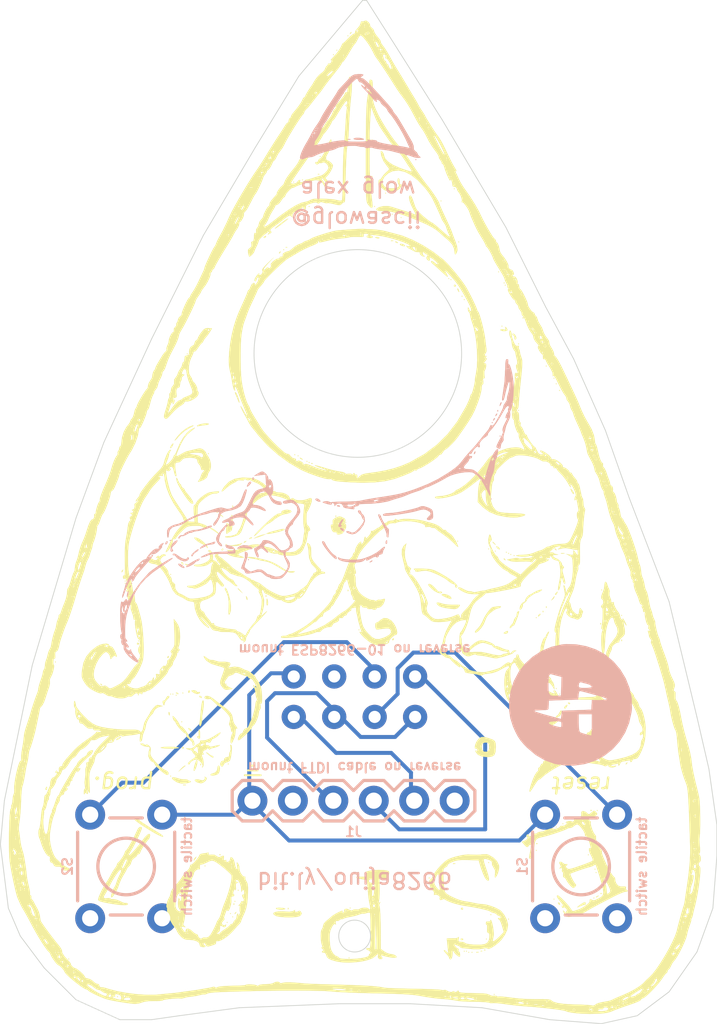
<source format=kicad_pcb>
(kicad_pcb (version 20171130) (host pcbnew "(5.1.5-0-10_14)")
  (layers (0 F.Cu signal) (31 B.Cu signal) (34 B.Paste user) (35 F.Paste user) (36 B.SilkS user) (37 F.SilkS user) (38 B.Mask user) (39 F.Mask user) (44 Edge.Cuts user))
  (net 0 "")
  (net 1 "Net-(J1-PadCTS)")
  (net 2 "Net-(J1-PadDTR)")
  (net 3 GND)
  (net 4 "Net-(J1-PadRXI)")
  (net 5 "Net-(J1-PadTXO)")
  (net 6 "Net-(J1-PadVCC)")
  (net 7 "Net-(S1-Pad3)")
  (net 8 "Net-(S2-Pad1)")
  (net 9 "Net-(U1-Pad7)")
  (module alexglow-footprints:hlogoTiny (layer B.Cu) (at 140.5 85.5)
    (fp_text reference " " hide)
    (fp_text value " " hide)
  )
  (module ESProg:bsilk360 (layer B.Cu) (at 125.8 66.1)
    (fp_text reference G*** hide)
    (fp_text value LOGO hide)
  )
  (module Connectors:FTDI_BASIC (layer F.Cu) (at 133.28 91.5 180)
    (fp_text reference J1 (at 6.35 -1.9558 180) (layer B.SilkS) (effects (font (size 0.6096 0.6096) (thickness 0.127)) (justify mirror)))
    (fp_text value " " (at 6.35 2.032) (layer B.SilkS) (effects (font (size 0.6096 0.6096) (thickness 0.127)) (justify mirror)))
    (pad CTS thru_hole circle (at 10.16 0 180) (size 1.8796 1.8796) (drill 1.016) (layers *.Cu *.Mask) (net 1 "Net-(J1-PadCTS)"))
    (pad DTR thru_hole circle (at 0 0 180) (size 1.8796 1.8796) (drill 1.016) (layers *.Cu *.Mask) (net 2 "Net-(J1-PadDTR)"))
    (pad GND thru_hole circle (at 12.7 0 180) (size 1.8796 1.8796) (drill 1.016) (layers *.Cu *.Mask) (net 3 GND))
    (pad RXI thru_hole circle (at 2.54 0 180) (size 1.8796 1.8796) (drill 1.016) (layers *.Cu *.Mask) (net 4 "Net-(J1-PadRXI)"))
    (pad TXO thru_hole circle (at 5.08 0 180) (size 1.8796 1.8796) (drill 1.016) (layers *.Cu *.Mask) (net 5 "Net-(J1-PadTXO)"))
    (pad VCC thru_hole circle (at 7.62 0 180) (size 1.8796 1.8796) (drill 1.016) (layers *.Cu *.Mask) (net 6 "Net-(J1-PadVCC)"))
  )
  (module ESProg:ESP-01 (layer F.Cu) (at 126.987001 83.7)
    (fp_text reference " " (at 0.012999 -1.9) (layer B.SilkS) (effects (justify mirror)))
    (fp_text value ESP8266-ESP-01)
    (pad 8 thru_hole circle (at -3.81 0) (size 1.524 1.524) (drill 0.762) (layers *.Cu *.Mask) (net 3 GND))
    (pad 1 thru_hole circle (at -3.81 2.54) (size 1.524 1.524) (drill 0.762) (layers *.Cu *.Mask) (net 4 "Net-(J1-PadRXI)"))
    (pad 2 thru_hole circle (at -1.27 2.54) (size 1.524 1.524) (drill 0.762) (layers *.Cu *.Mask) (net 6 "Net-(J1-PadVCC)"))
    (pad 3 thru_hole circle (at 1.27 2.54) (size 1.524 1.524) (drill 0.762) (layers *.Cu *.Mask) (net 7 "Net-(S1-Pad3)"))
    (pad 4 thru_hole circle (at 3.81 2.54) (size 1.524 1.524) (drill 0.762) (layers *.Cu *.Mask) (net 6 "Net-(J1-PadVCC)"))
    (pad 5 thru_hole circle (at 3.81 0) (size 1.524 1.524) (drill 0.762) (layers *.Cu *.Mask) (net 5 "Net-(J1-PadTXO)"))
    (pad 6 thru_hole circle (at 1.27 0) (size 1.524 1.524) (drill 0.762) (layers *.Cu *.Mask) (net 8 "Net-(S2-Pad1)"))
    (pad 7 thru_hole circle (at -1.27 0) (size 1.524 1.524) (drill 0.762) (layers *.Cu *.Mask) (net 9 "Net-(U1-Pad7)"))
  )
  (module ESProg:365 (layer F.Cu) (at 127.1 73.5 180)
    (fp_text reference G*** hide)
    (fp_text value LOGO hide)
  )
  (module Switches:TACTILE_SWITCH_PTH_6.0MM (layer B.Cu) (at 141.224 95.631 270)
    (fp_text reference S1 (at 0 3.683 270) (layer B.SilkS) (effects (font (size 0.6096 0.6096) (thickness 0.127)) (justify mirror)))
    (fp_text value "tactile switch" (at 0 -3.81 270) (layer B.SilkS) (effects (font (size 0.6096 0.6096) (thickness 0.127)) (justify mirror)))
    (pad 1 thru_hole circle (at -3.2512 2.2606 270) (size 1.8796 1.8796) (drill 1.016) (layers *.Cu *.Mask) (net 3 GND))
    (pad 2 thru_hole circle (at 3.2512 2.2606 270) (size 1.8796 1.8796) (drill 1.016) (layers *.Cu *.Mask))
    (pad 3 thru_hole circle (at -3.2512 -2.2606 270) (size 1.8796 1.8796) (drill 1.016) (layers *.Cu *.Mask) (net 7 "Net-(S1-Pad3)"))
    (pad 4 thru_hole circle (at 3.2512 -2.2606 270) (size 1.8796 1.8796) (drill 1.016) (layers *.Cu *.Mask))
  )
  (module Switches:TACTILE_SWITCH_PTH_6.0MM (layer B.Cu) (at 112.649 95.631 270)
    (fp_text reference S2 (at 0 3.683 270) (layer B.SilkS) (effects (font (size 0.6096 0.6096) (thickness 0.127)) (justify mirror)))
    (fp_text value "tactile switch" (at 0 -3.81 270) (layer B.SilkS) (effects (font (size 0.6096 0.6096) (thickness 0.127)) (justify mirror)))
    (pad 4 thru_hole circle (at 3.2512 -2.2606 270) (size 1.8796 1.8796) (drill 1.016) (layers *.Cu *.Mask))
    (pad 3 thru_hole circle (at -3.2512 -2.2606 270) (size 1.8796 1.8796) (drill 1.016) (layers *.Cu *.Mask) (net 3 GND))
    (pad 2 thru_hole circle (at 3.2512 2.2606 270) (size 1.8796 1.8796) (drill 1.016) (layers *.Cu *.Mask))
    (pad 1 thru_hole circle (at -3.2512 2.2606 270) (size 1.8796 1.8796) (drill 1.016) (layers *.Cu *.Mask) (net 8 "Net-(S2-Pad1)"))
  )
  (gr_text bit.ly/ouija8266 (at 127 96.5 180) (layer B.SilkS) (effects (font (size 1 1)) (justify mirror)))
  (gr_text @glowascii (at 127.1 55 180) (layer B.SilkS) (effects (font (size 1 1)) (justify mirror)))
  (gr_circle (center 127 100) (end 128 100) (layer Edge.Cuts) (width 0.05))
  (gr_line (start 120.5 89.3) (end 120.7 89.3) (layer F.SilkS) (width 0.12))
  (gr_line (start 120.9 89.6) (end 120.3 89.6) (layer F.SilkS) (width 0.12))
  (gr_line (start 120.1 89.9) (end 121.1 89.9) (layer F.SilkS) (width 0.12))
  (gr_text "mount FTDI cable on reverse" (at 127 89.4 180) (layer B.SilkS) (effects (font (size 0.6096 0.6096) (thickness 0.127)) (justify mirror)))
  (gr_text "mount ESP8266-01 on reverse" (at 127 82 180) (layer B.SilkS) (effects (font (size 0.6096 0.6096) (thickness 0.127)) (justify mirror)))
  (gr_text "alex glow" (at 127.2 53.1 180) (layer B.SilkS) (effects (font (size 1 1)) (justify mirror)))
  (gr_line (start 127.75 41.25) (end 127.5 41.25) (layer Edge.Cuts) (width 0.05))
  (gr_line (start 129.5 44) (end 127.75 41.25) (layer Edge.Cuts) (width 0.05))
  (gr_line (start 132.5 48.75) (end 129.5 44) (layer Edge.Cuts) (width 0.05))
  (gr_line (start 136.5 55.5) (end 132.5 48.75) (layer Edge.Cuts) (width 0.05))
  (gr_line (start 139 60.5) (end 136.5 55.5) (layer Edge.Cuts) (width 0.05))
  (gr_line (start 140.75 63.75) (end 139 60.5) (layer Edge.Cuts) (width 0.05))
  (gr_line (start 142.75 68.25) (end 140.75 63.75) (layer Edge.Cuts) (width 0.05))
  (gr_line (start 144.25 72.5) (end 142.75 68.25) (layer Edge.Cuts) (width 0.05))
  (gr_line (start 146.75 79) (end 144.25 72.5) (layer Edge.Cuts) (width 0.05))
  (gr_line (start 148.5 86.25) (end 146.75 79) (layer Edge.Cuts) (width 0.05))
  (gr_line (start 149.25 89.5) (end 148.5 86.25) (layer Edge.Cuts) (width 0.05))
  (gr_line (start 149.75 93) (end 149.25 89.5) (layer Edge.Cuts) (width 0.05))
  (gr_line (start 149.75 95) (end 149.75 93) (layer Edge.Cuts) (width 0.05))
  (gr_line (start 149.5 98.25) (end 149.75 95) (layer Edge.Cuts) (width 0.05))
  (gr_line (start 148.5 101) (end 149.5 98.25) (layer Edge.Cuts) (width 0.05))
  (gr_line (start 146.75 103.5) (end 148.5 101) (layer Edge.Cuts) (width 0.05))
  (gr_line (start 144.75 105) (end 146.75 103.5) (layer Edge.Cuts) (width 0.05))
  (gr_line (start 142.5 105.5) (end 144.75 105) (layer Edge.Cuts) (width 0.05))
  (gr_line (start 139.25 105.25) (end 142.5 105.5) (layer Edge.Cuts) (width 0.05))
  (gr_line (start 135 104.5) (end 139.25 105.25) (layer Edge.Cuts) (width 0.05))
  (gr_line (start 130.5 104.25) (end 135 104.5) (layer Edge.Cuts) (width 0.05))
  (gr_line (start 126 104.25) (end 130.5 104.25) (layer Edge.Cuts) (width 0.05))
  (gr_line (start 119.75 104.5) (end 126 104.25) (layer Edge.Cuts) (width 0.05))
  (gr_line (start 116 105) (end 119.75 104.5) (layer Edge.Cuts) (width 0.05))
  (gr_line (start 114.25 105.25) (end 116 105) (layer Edge.Cuts) (width 0.05))
  (gr_line (start 112.25 105.25) (end 114.25 105.25) (layer Edge.Cuts) (width 0.05))
  (gr_line (start 109.5 104) (end 112.25 105.25) (layer Edge.Cuts) (width 0.05))
  (gr_line (start 107.5 102) (end 109.5 104) (layer Edge.Cuts) (width 0.05))
  (gr_line (start 106 100) (end 107.5 102) (layer Edge.Cuts) (width 0.05))
  (gr_line (start 105.25 98.25) (end 106 100) (layer Edge.Cuts) (width 0.05))
  (gr_line (start 104.75 94.25) (end 105.25 98.25) (layer Edge.Cuts) (width 0.05))
  (gr_line (start 105 91.5) (end 104.75 94.25) (layer Edge.Cuts) (width 0.05))
  (gr_line (start 106.75 83) (end 105 91.5) (layer Edge.Cuts) (width 0.05))
  (gr_line (start 109.5 73.75) (end 106.75 83) (layer Edge.Cuts) (width 0.05))
  (gr_line (start 111.25 69) (end 109.5 73.75) (layer Edge.Cuts) (width 0.05))
  (gr_line (start 114.25 62.5) (end 111.25 69) (layer Edge.Cuts) (width 0.05))
  (gr_line (start 117.5 56) (end 114.25 62.5) (layer Edge.Cuts) (width 0.05))
  (gr_line (start 120.75 50.5) (end 117.5 56) (layer Edge.Cuts) (width 0.05))
  (gr_line (start 123.5 46) (end 120.75 50.5) (layer Edge.Cuts) (width 0.05))
  (gr_line (start 127.5 41.25) (end 123.5 46) (layer Edge.Cuts) (width 0.05))
  (gr_text reset (at 141.3 90.5 180) (layer F.SilkS) (effects (font (size 1 1) (thickness 0.15) italic)))
  (gr_text prog. (at 112.5 90.5 180) (layer F.SilkS) (effects (font (size 1 1) (thickness 0.15) italic)))
  (gr_circle (center 127.2 63.419202) (end 126.7 56.919202) (layer Edge.Cuts) (width 0.05))
  (segment (start 119.5002 92.3798) (end 120.38 91.5) (width 0.25) (layer B.Cu) (net 3))
  (segment (start 114.9096 92.3798) (end 119.5002 92.3798) (width 0.25) (layer B.Cu) (net 3))
  (segment (start 138.9634 92.3798) (end 137.3432 94) (width 0.25) (layer B.Cu) (net 3))
  (segment (start 122.88 94) (end 120.38 91.5) (width 0.25) (layer B.Cu) (net 3))
  (segment (start 137.3432 94) (end 122.88 94) (width 0.25) (layer B.Cu) (net 3))
  (segment (start 121.75 83.5) (end 123.377001 83.5) (width 0.25) (layer B.Cu) (net 3))
  (segment (start 120.38 84.87) (end 121.75 83.5) (width 0.25) (layer B.Cu) (net 3))
  (segment (start 120.38 91.5) (end 120.38 84.87) (width 0.25) (layer B.Cu) (net 3))
  (segment (start 130.2 91.5) (end 130.74 91.5) (width 0.25) (layer F.Cu) (net 4))
  (segment (start 130.54 89.74) (end 130.54 91.5) (width 0.25) (layer B.Cu) (net 4))
  (segment (start 129.3 88.5) (end 130.54 89.74) (width 0.25) (layer B.Cu) (net 4))
  (segment (start 125.837001 88.5) (end 129.3 88.5) (width 0.25) (layer B.Cu) (net 4))
  (segment (start 123.377001 86.04) (end 125.837001 88.5) (width 0.25) (layer B.Cu) (net 4))
  (segment (start 133 85.502999) (end 130.997001 83.5) (width 0.25) (layer B.Cu) (net 5))
  (segment (start 128 91.5) (end 129.8 93.3) (width 0.25) (layer B.Cu) (net 5))
  (segment (start 129.8 93.3) (end 135.2 93.3) (width 0.25) (layer B.Cu) (net 5))
  (segment (start 135.2 87.702999) (end 133 85.502999) (width 0.25) (layer B.Cu) (net 5))
  (segment (start 135.2 93.3) (end 135.2 87.702999) (width 0.25) (layer B.Cu) (net 5))
  (segment (start 126.117001 91.042999) (end 125.66 91.5) (width 0.25) (layer F.Cu) (net 6))
  (segment (start 130.997001 86.04) (end 129.537001 87.5) (width 0.25) (layer B.Cu) (net 6))
  (segment (start 127.377001 87.5) (end 125.917001 86.04) (width 0.25) (layer B.Cu) (net 6))
  (segment (start 129.537001 87.5) (end 127.377001 87.5) (width 0.25) (layer B.Cu) (net 6))
  (segment (start 125.46 91.5) (end 121.5 87.54) (width 0.25) (layer B.Cu) (net 6))
  (segment (start 121.5 87.54) (end 121.5 85.25) (width 0.25) (layer B.Cu) (net 6))
  (segment (start 121.5 85.25) (end 122 84.75) (width 0.25) (layer B.Cu) (net 6))
  (segment (start 124.627001 84.75) (end 125.917001 86.04) (width 0.25) (layer B.Cu) (net 6))
  (segment (start 122 84.75) (end 124.627001 84.75) (width 0.25) (layer B.Cu) (net 6))
  (segment (start 128.34 86.24) (end 128.257001 86.24) (width 0.25) (layer F.Cu) (net 7))
  (segment (start 133.3048 82.2) (end 140.1048 89) (width 0.25) (layer B.Cu) (net 7))
  (segment (start 129.7 83.188239) (end 130.688239 82.2) (width 0.25) (layer B.Cu) (net 7))
  (segment (start 140.1048 89) (end 143.4846 92.3798) (width 0.25) (layer B.Cu) (net 7))
  (segment (start 130.688239 82.2) (end 133.3048 82.2) (width 0.25) (layer B.Cu) (net 7))
  (segment (start 129.7 84.797001) (end 129.7 83.188239) (width 0.25) (layer B.Cu) (net 7))
  (segment (start 128.457001 86.04) (end 129.7 84.797001) (width 0.25) (layer B.Cu) (net 7))
  (segment (start 122.557001 81.542999) (end 126.5 81.542999) (width 0.25) (layer B.Cu) (net 8))
  (segment (start 126.5 81.542999) (end 128.457001 83.5) (width 0.25) (layer B.Cu) (net 8))
  (segment (start 113.7318 90.3682) (end 122.557001 81.542999) (width 0.25) (layer B.Cu) (net 8))
  (segment (start 112.4 90.3682) (end 113.7318 90.3682) (width 0.25) (layer B.Cu) (net 8))
  (segment (start 110.3884 92.3798) (end 112.4 90.3682) (width 0.25) (layer B.Cu) (net 8))
)
</source>
